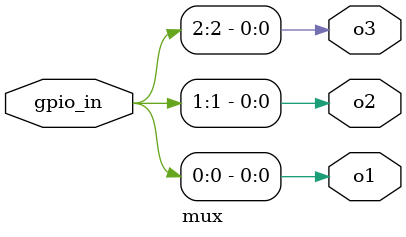
<source format=v>
module  mux(
      input 	wire[2:0]	gpio_in	,
      output	wire 		o1	,
      output	wire		o2	,
      output	wire		o3	
);

assign	{o3,o2,o1}	=	gpio_in;
endmodule 
</source>
